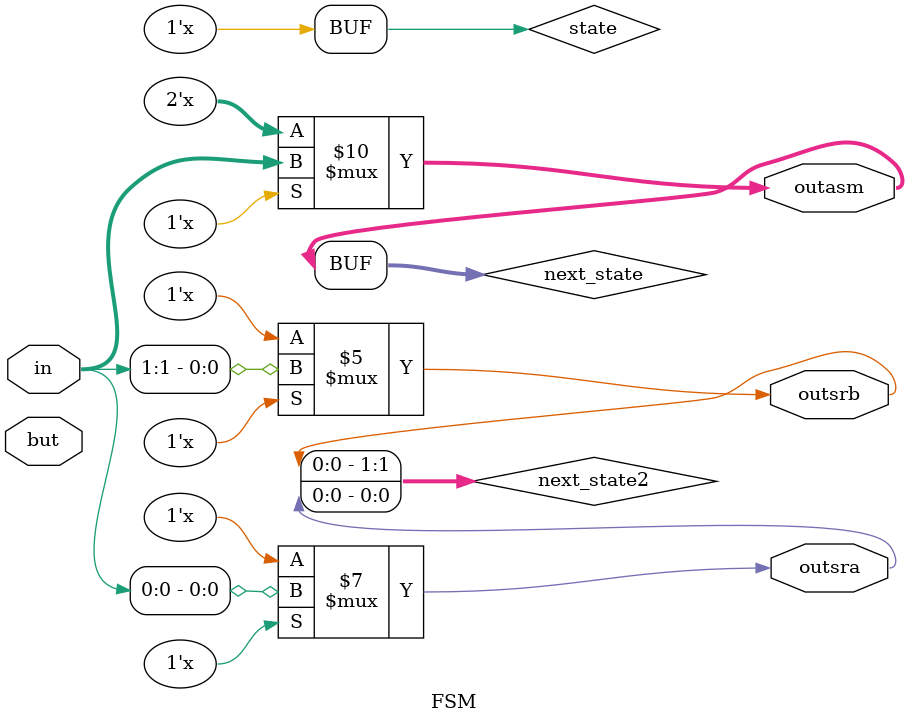
<source format=v>
`timescale 1ns / 1ps

module FSM(
    input  [1:0] in,
    input  but,
    //input  clk,
    output [1:0] outasm,
    output outsra,
    output outsrb
    );

    reg state=0;
    reg [1:0] next_state;
    reg [1:0] next_state2;

  always@(in or but)
    begin
        if (but) 
        state = ~state;
        else 
        state = state;
    end
    always@(in or state)
    begin
    case (state)
        1'b0://asm
            begin
                next_state = in;
            end
        1'b1://rot or shift for bar shift
            begin
                next_state2[0] = in[0];
                next_state2[1] = in[1];
            end
    endcase
    end
assign outasm = next_state;
assign outsra = next_state2[0];
assign outsrb = next_state2[1];
endmodule

</source>
